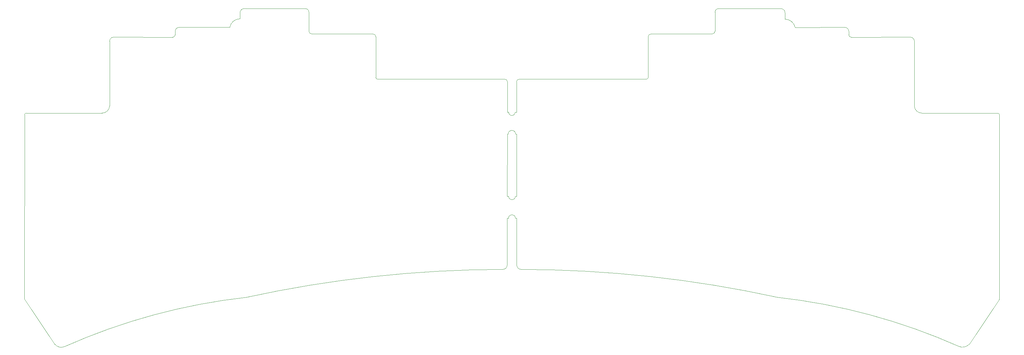
<source format=gbr>
%TF.GenerationSoftware,KiCad,Pcbnew,(6.0.2-0)*%
%TF.CreationDate,2022-05-29T20:11:08-07:00*%
%TF.ProjectId,sweepv2,73776565-7076-4322-9e6b-696361645f70,rev?*%
%TF.SameCoordinates,Original*%
%TF.FileFunction,Profile,NP*%
%FSLAX46Y46*%
G04 Gerber Fmt 4.6, Leading zero omitted, Abs format (unit mm)*
G04 Created by KiCad (PCBNEW (6.0.2-0)) date 2022-05-29 20:11:08*
%MOMM*%
%LPD*%
G01*
G04 APERTURE LIST*
%TA.AperFunction,Profile*%
%ADD10C,0.050000*%
%TD*%
G04 APERTURE END LIST*
D10*
X147269200Y-74472800D02*
X146913600Y-74472800D01*
X149098000Y-74472800D02*
G75*
G03*
X147269200Y-74472800I-914400J0D01*
G01*
X149453600Y-74472800D02*
X149098000Y-74472800D01*
X149148800Y-51968400D02*
X149428200Y-51968400D01*
X147167600Y-51968400D02*
X146939000Y-51968400D01*
X149148800Y-51968400D02*
G75*
G03*
X147167600Y-51968400I-990600J0D01*
G01*
X147294226Y-46075600D02*
G75*
G03*
X149021800Y-46151800I863228J-50778D01*
G01*
X25730200Y-108229400D02*
X17678400Y-96266000D01*
X59055180Y-23374308D02*
G75*
G03*
X57988200Y-24434800I9818J-1076878D01*
G01*
X57353200Y-26009600D02*
G75*
G03*
X57988200Y-25374600I1J634999D01*
G01*
X146964400Y-46075600D02*
X146964400Y-37947600D01*
X110947200Y-25146000D02*
X94564200Y-25146000D01*
X111709200Y-36804600D02*
G75*
G03*
X112166400Y-37261800I457201J1D01*
G01*
X146913600Y-87020400D02*
X146913600Y-74472800D01*
X147269202Y-68656200D02*
G75*
G03*
X148183600Y-69545552I914398J25399D01*
G01*
X57988200Y-24434800D02*
X57988200Y-25374600D01*
X146964400Y-37947600D02*
G75*
G03*
X146278600Y-37261800I-685799J1D01*
G01*
X147294227Y-46075600D02*
X146964400Y-46075600D01*
X18084800Y-46355001D02*
G75*
G03*
X17658332Y-46775732I-5698J-420731D01*
G01*
X111709200Y-36804600D02*
X111709200Y-25908000D01*
X145719800Y-88214200D02*
G75*
G03*
X77078666Y-95695027I578029J-323956237D01*
G01*
X38388198Y-46348918D02*
G75*
G03*
X40423199Y-44417999I35000J2000920D01*
G01*
X25730201Y-108229399D02*
G75*
G03*
X28465795Y-108847420I1752851J1395387D01*
G01*
X40423155Y-27093419D02*
X40423199Y-44417999D01*
X41495252Y-26001558D02*
G75*
G03*
X40423155Y-27093419I9883J-1081980D01*
G01*
X111709200Y-25908000D02*
G75*
G03*
X110947200Y-25146000I-762001J-1D01*
G01*
X146913600Y-68656200D02*
X146939000Y-51968400D01*
X17627600Y-96012000D02*
G75*
G03*
X17678400Y-96266000I660382J-3D01*
G01*
X77078666Y-95695027D02*
G75*
G03*
X28465795Y-108847420I18011982J-162990302D01*
G01*
X92862400Y-18364200D02*
X76657200Y-18338800D01*
X75331283Y-19558000D02*
X75336400Y-21082000D01*
X18084800Y-46355000D02*
X38388198Y-46348917D01*
X93802200Y-24384000D02*
X93802200Y-19308139D01*
X93802200Y-24384000D02*
G75*
G03*
X94564200Y-25146000I762001J1D01*
G01*
X146278600Y-37261800D02*
X112166400Y-37261800D01*
X75336400Y-21082001D02*
G75*
G03*
X72618600Y-23368000I15736J-2777289D01*
G01*
X147269200Y-68656200D02*
X146913600Y-68656200D01*
X93802199Y-19308139D02*
G75*
G03*
X92862400Y-18364200I-943948J0D01*
G01*
X57353200Y-26009600D02*
X41495252Y-26001558D01*
X59055180Y-23374308D02*
X72618600Y-23368000D01*
X17627600Y-96012000D02*
X17658332Y-46775732D01*
X76657200Y-18338800D02*
G75*
G03*
X75331283Y-19558000I-122902J-1196928D01*
G01*
X145719800Y-88214200D02*
G75*
G03*
X146913600Y-87020400I16186J1177614D01*
G01*
X267901405Y-108847420D02*
G75*
G03*
X219288534Y-95695027I-66624853J-149837909D01*
G01*
X149453600Y-87020400D02*
G75*
G03*
X150647400Y-88214200I1193800J0D01*
G01*
X278688800Y-96266000D02*
X270637000Y-108229400D01*
X278688800Y-96266000D02*
G75*
G03*
X278739600Y-96012000I-609600J254000D01*
G01*
X278708868Y-46775732D02*
X278739600Y-96012000D01*
X257937000Y-46348917D02*
X278282400Y-46355000D01*
X278708868Y-46775732D02*
G75*
G03*
X278282400Y-46355000I-420771J0D01*
G01*
X149453600Y-74472800D02*
X149453600Y-87020400D01*
X148183600Y-69545552D02*
G75*
G03*
X149097999Y-68656200I0J914752D01*
G01*
X149453600Y-68656200D02*
X149098000Y-68656200D01*
X149428200Y-51968400D02*
X149453600Y-68656200D01*
X149402800Y-46151800D02*
X149021800Y-46151800D01*
X149402800Y-37947600D02*
X149402800Y-46151800D01*
X150088600Y-37261800D02*
G75*
G03*
X149402800Y-37947600I0J-685800D01*
G01*
X184200800Y-37261800D02*
X150088600Y-37261800D01*
X184200800Y-37261800D02*
G75*
G03*
X184658000Y-36804600I0J457200D01*
G01*
X184658000Y-25908000D02*
X184658000Y-36804600D01*
X185420000Y-25146000D02*
G75*
G03*
X184658000Y-25908000I0J-762000D01*
G01*
X201803000Y-25146000D02*
X185420000Y-25146000D01*
X201803000Y-25146000D02*
G75*
G03*
X202565000Y-24384000I0J762000D01*
G01*
X202565000Y-19308139D02*
X202565000Y-24384000D01*
X203504800Y-18364200D02*
G75*
G03*
X202565000Y-19308139I4144J-943935D01*
G01*
X220243220Y-18370508D02*
X203504800Y-18364200D01*
X221310199Y-19456400D02*
G75*
G03*
X220243220Y-18370508I-1076821J9078D01*
G01*
X221310200Y-21183600D02*
X221310200Y-19456400D01*
X224014371Y-23380506D02*
X237312020Y-23374308D01*
X224014371Y-23380506D02*
G75*
G03*
X221310200Y-21183600I-2729571J-597094D01*
G01*
X238378999Y-24434800D02*
G75*
G03*
X237312020Y-23374308I-1076818J-16406D01*
G01*
X238379000Y-25374600D02*
X238379000Y-24434800D01*
X238379000Y-25374600D02*
G75*
G03*
X239014000Y-26009600I635000J0D01*
G01*
X254871948Y-26001558D02*
X239014000Y-26009600D01*
X255944045Y-27093419D02*
G75*
G03*
X254871948Y-26001558I-1081979J9882D01*
G01*
X219288534Y-95695027D02*
G75*
G03*
X150647400Y-88214200I-69219163J-316475410D01*
G01*
X255944001Y-44417999D02*
X255944045Y-27093419D01*
X267901405Y-108847420D02*
G75*
G03*
X270637000Y-108229400I945326J2179031D01*
G01*
X255944000Y-44417999D02*
G75*
G03*
X257937000Y-46348917I1999705J70001D01*
G01*
M02*

</source>
